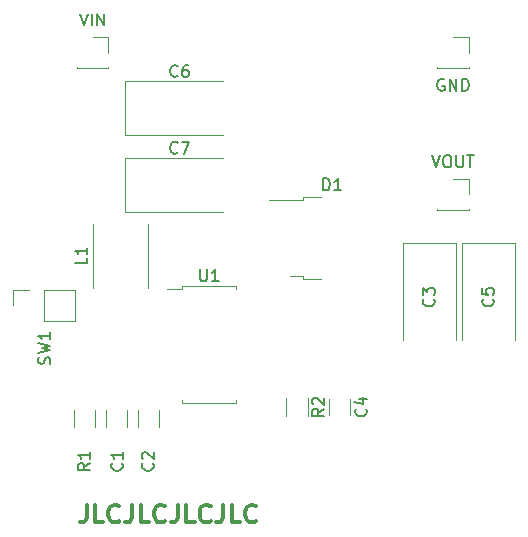
<source format=gbr>
%TF.GenerationSoftware,KiCad,Pcbnew,(5.99.0-12550-g77f47b6e47)*%
%TF.CreationDate,2021-11-06T20:02:58+00:00*%
%TF.ProjectId,max1709,6d617831-3730-4392-9e6b-696361645f70,rev?*%
%TF.SameCoordinates,Original*%
%TF.FileFunction,Legend,Top*%
%TF.FilePolarity,Positive*%
%FSLAX46Y46*%
G04 Gerber Fmt 4.6, Leading zero omitted, Abs format (unit mm)*
G04 Created by KiCad (PCBNEW (5.99.0-12550-g77f47b6e47)) date 2021-11-06 20:02:58*
%MOMM*%
%LPD*%
G01*
G04 APERTURE LIST*
%ADD10C,0.300000*%
%ADD11C,0.150000*%
%ADD12C,0.120000*%
G04 APERTURE END LIST*
D10*
X209371428Y-142078571D02*
X209371428Y-143150000D01*
X209300000Y-143364285D01*
X209157142Y-143507142D01*
X208942857Y-143578571D01*
X208800000Y-143578571D01*
X210800000Y-143578571D02*
X210085714Y-143578571D01*
X210085714Y-142078571D01*
X212157142Y-143435714D02*
X212085714Y-143507142D01*
X211871428Y-143578571D01*
X211728571Y-143578571D01*
X211514285Y-143507142D01*
X211371428Y-143364285D01*
X211300000Y-143221428D01*
X211228571Y-142935714D01*
X211228571Y-142721428D01*
X211300000Y-142435714D01*
X211371428Y-142292857D01*
X211514285Y-142150000D01*
X211728571Y-142078571D01*
X211871428Y-142078571D01*
X212085714Y-142150000D01*
X212157142Y-142221428D01*
X213228571Y-142078571D02*
X213228571Y-143150000D01*
X213157142Y-143364285D01*
X213014285Y-143507142D01*
X212800000Y-143578571D01*
X212657142Y-143578571D01*
X214657142Y-143578571D02*
X213942857Y-143578571D01*
X213942857Y-142078571D01*
X216014285Y-143435714D02*
X215942857Y-143507142D01*
X215728571Y-143578571D01*
X215585714Y-143578571D01*
X215371428Y-143507142D01*
X215228571Y-143364285D01*
X215157142Y-143221428D01*
X215085714Y-142935714D01*
X215085714Y-142721428D01*
X215157142Y-142435714D01*
X215228571Y-142292857D01*
X215371428Y-142150000D01*
X215585714Y-142078571D01*
X215728571Y-142078571D01*
X215942857Y-142150000D01*
X216014285Y-142221428D01*
X217085714Y-142078571D02*
X217085714Y-143150000D01*
X217014285Y-143364285D01*
X216871428Y-143507142D01*
X216657142Y-143578571D01*
X216514285Y-143578571D01*
X218514285Y-143578571D02*
X217800000Y-143578571D01*
X217800000Y-142078571D01*
X219871428Y-143435714D02*
X219800000Y-143507142D01*
X219585714Y-143578571D01*
X219442857Y-143578571D01*
X219228571Y-143507142D01*
X219085714Y-143364285D01*
X219014285Y-143221428D01*
X218942857Y-142935714D01*
X218942857Y-142721428D01*
X219014285Y-142435714D01*
X219085714Y-142292857D01*
X219228571Y-142150000D01*
X219442857Y-142078571D01*
X219585714Y-142078571D01*
X219800000Y-142150000D01*
X219871428Y-142221428D01*
X220942857Y-142078571D02*
X220942857Y-143150000D01*
X220871428Y-143364285D01*
X220728571Y-143507142D01*
X220514285Y-143578571D01*
X220371428Y-143578571D01*
X222371428Y-143578571D02*
X221657142Y-143578571D01*
X221657142Y-142078571D01*
X223728571Y-143435714D02*
X223657142Y-143507142D01*
X223442857Y-143578571D01*
X223300000Y-143578571D01*
X223085714Y-143507142D01*
X222942857Y-143364285D01*
X222871428Y-143221428D01*
X222800000Y-142935714D01*
X222800000Y-142721428D01*
X222871428Y-142435714D01*
X222942857Y-142292857D01*
X223085714Y-142150000D01*
X223300000Y-142078571D01*
X223442857Y-142078571D01*
X223657142Y-142150000D01*
X223728571Y-142221428D01*
D11*
%TO.C,D1*%
X229411904Y-115452380D02*
X229411904Y-114452380D01*
X229650000Y-114452380D01*
X229792857Y-114500000D01*
X229888095Y-114595238D01*
X229935714Y-114690476D01*
X229983333Y-114880952D01*
X229983333Y-115023809D01*
X229935714Y-115214285D01*
X229888095Y-115309523D01*
X229792857Y-115404761D01*
X229650000Y-115452380D01*
X229411904Y-115452380D01*
X230935714Y-115452380D02*
X230364285Y-115452380D01*
X230650000Y-115452380D02*
X230650000Y-114452380D01*
X230554761Y-114595238D01*
X230459523Y-114690476D01*
X230364285Y-114738095D01*
%TO.C,SW1*%
X206254761Y-130158333D02*
X206302380Y-130015476D01*
X206302380Y-129777380D01*
X206254761Y-129682142D01*
X206207142Y-129634523D01*
X206111904Y-129586904D01*
X206016666Y-129586904D01*
X205921428Y-129634523D01*
X205873809Y-129682142D01*
X205826190Y-129777380D01*
X205778571Y-129967857D01*
X205730952Y-130063095D01*
X205683333Y-130110714D01*
X205588095Y-130158333D01*
X205492857Y-130158333D01*
X205397619Y-130110714D01*
X205350000Y-130063095D01*
X205302380Y-129967857D01*
X205302380Y-129729761D01*
X205350000Y-129586904D01*
X205302380Y-129253571D02*
X206302380Y-129015476D01*
X205588095Y-128825000D01*
X206302380Y-128634523D01*
X205302380Y-128396428D01*
X206302380Y-127491666D02*
X206302380Y-128063095D01*
X206302380Y-127777380D02*
X205302380Y-127777380D01*
X205445238Y-127872619D01*
X205540476Y-127967857D01*
X205588095Y-128063095D01*
%TO.C,L1*%
X209402380Y-121166666D02*
X209402380Y-121642857D01*
X208402380Y-121642857D01*
X209402380Y-120309523D02*
X209402380Y-120880952D01*
X209402380Y-120595238D02*
X208402380Y-120595238D01*
X208545238Y-120690476D01*
X208640476Y-120785714D01*
X208688095Y-120880952D01*
%TO.C,TP3*%
X238638095Y-112502380D02*
X238971428Y-113502380D01*
X239304761Y-112502380D01*
X239828571Y-112502380D02*
X240019047Y-112502380D01*
X240114285Y-112550000D01*
X240209523Y-112645238D01*
X240257142Y-112835714D01*
X240257142Y-113169047D01*
X240209523Y-113359523D01*
X240114285Y-113454761D01*
X240019047Y-113502380D01*
X239828571Y-113502380D01*
X239733333Y-113454761D01*
X239638095Y-113359523D01*
X239590476Y-113169047D01*
X239590476Y-112835714D01*
X239638095Y-112645238D01*
X239733333Y-112550000D01*
X239828571Y-112502380D01*
X240685714Y-112502380D02*
X240685714Y-113311904D01*
X240733333Y-113407142D01*
X240780952Y-113454761D01*
X240876190Y-113502380D01*
X241066666Y-113502380D01*
X241161904Y-113454761D01*
X241209523Y-113407142D01*
X241257142Y-113311904D01*
X241257142Y-112502380D01*
X241590476Y-112502380D02*
X242161904Y-112502380D01*
X241876190Y-113502380D02*
X241876190Y-112502380D01*
%TO.C,TP2*%
X239638095Y-106070000D02*
X239542857Y-106022380D01*
X239400000Y-106022380D01*
X239257142Y-106070000D01*
X239161904Y-106165238D01*
X239114285Y-106260476D01*
X239066666Y-106450952D01*
X239066666Y-106593809D01*
X239114285Y-106784285D01*
X239161904Y-106879523D01*
X239257142Y-106974761D01*
X239400000Y-107022380D01*
X239495238Y-107022380D01*
X239638095Y-106974761D01*
X239685714Y-106927142D01*
X239685714Y-106593809D01*
X239495238Y-106593809D01*
X240114285Y-107022380D02*
X240114285Y-106022380D01*
X240685714Y-107022380D01*
X240685714Y-106022380D01*
X241161904Y-107022380D02*
X241161904Y-106022380D01*
X241400000Y-106022380D01*
X241542857Y-106070000D01*
X241638095Y-106165238D01*
X241685714Y-106260476D01*
X241733333Y-106450952D01*
X241733333Y-106593809D01*
X241685714Y-106784285D01*
X241638095Y-106879523D01*
X241542857Y-106974761D01*
X241400000Y-107022380D01*
X241161904Y-107022380D01*
%TO.C,TP1*%
X208804761Y-100502380D02*
X209138095Y-101502380D01*
X209471428Y-100502380D01*
X209804761Y-101502380D02*
X209804761Y-100502380D01*
X210280952Y-101502380D02*
X210280952Y-100502380D01*
X210852380Y-101502380D01*
X210852380Y-100502380D01*
%TO.C,U1*%
X218988095Y-122152380D02*
X218988095Y-122961904D01*
X219035714Y-123057142D01*
X219083333Y-123104761D01*
X219178571Y-123152380D01*
X219369047Y-123152380D01*
X219464285Y-123104761D01*
X219511904Y-123057142D01*
X219559523Y-122961904D01*
X219559523Y-122152380D01*
X220559523Y-123152380D02*
X219988095Y-123152380D01*
X220273809Y-123152380D02*
X220273809Y-122152380D01*
X220178571Y-122295238D01*
X220083333Y-122390476D01*
X219988095Y-122438095D01*
%TO.C,R2*%
X229472380Y-133966666D02*
X228996190Y-134300000D01*
X229472380Y-134538095D02*
X228472380Y-134538095D01*
X228472380Y-134157142D01*
X228520000Y-134061904D01*
X228567619Y-134014285D01*
X228662857Y-133966666D01*
X228805714Y-133966666D01*
X228900952Y-134014285D01*
X228948571Y-134061904D01*
X228996190Y-134157142D01*
X228996190Y-134538095D01*
X228567619Y-133585714D02*
X228520000Y-133538095D01*
X228472380Y-133442857D01*
X228472380Y-133204761D01*
X228520000Y-133109523D01*
X228567619Y-133061904D01*
X228662857Y-133014285D01*
X228758095Y-133014285D01*
X228900952Y-133061904D01*
X229472380Y-133633333D01*
X229472380Y-133014285D01*
%TO.C,R1*%
X209652380Y-138566666D02*
X209176190Y-138900000D01*
X209652380Y-139138095D02*
X208652380Y-139138095D01*
X208652380Y-138757142D01*
X208700000Y-138661904D01*
X208747619Y-138614285D01*
X208842857Y-138566666D01*
X208985714Y-138566666D01*
X209080952Y-138614285D01*
X209128571Y-138661904D01*
X209176190Y-138757142D01*
X209176190Y-139138095D01*
X209652380Y-137614285D02*
X209652380Y-138185714D01*
X209652380Y-137900000D02*
X208652380Y-137900000D01*
X208795238Y-137995238D01*
X208890476Y-138090476D01*
X208938095Y-138185714D01*
%TO.C,C7*%
X217083333Y-112257142D02*
X217035714Y-112304761D01*
X216892857Y-112352380D01*
X216797619Y-112352380D01*
X216654761Y-112304761D01*
X216559523Y-112209523D01*
X216511904Y-112114285D01*
X216464285Y-111923809D01*
X216464285Y-111780952D01*
X216511904Y-111590476D01*
X216559523Y-111495238D01*
X216654761Y-111400000D01*
X216797619Y-111352380D01*
X216892857Y-111352380D01*
X217035714Y-111400000D01*
X217083333Y-111447619D01*
X217416666Y-111352380D02*
X218083333Y-111352380D01*
X217654761Y-112352380D01*
%TO.C,C6*%
X217083333Y-105757142D02*
X217035714Y-105804761D01*
X216892857Y-105852380D01*
X216797619Y-105852380D01*
X216654761Y-105804761D01*
X216559523Y-105709523D01*
X216511904Y-105614285D01*
X216464285Y-105423809D01*
X216464285Y-105280952D01*
X216511904Y-105090476D01*
X216559523Y-104995238D01*
X216654761Y-104900000D01*
X216797619Y-104852380D01*
X216892857Y-104852380D01*
X217035714Y-104900000D01*
X217083333Y-104947619D01*
X217940476Y-104852380D02*
X217750000Y-104852380D01*
X217654761Y-104900000D01*
X217607142Y-104947619D01*
X217511904Y-105090476D01*
X217464285Y-105280952D01*
X217464285Y-105661904D01*
X217511904Y-105757142D01*
X217559523Y-105804761D01*
X217654761Y-105852380D01*
X217845238Y-105852380D01*
X217940476Y-105804761D01*
X217988095Y-105757142D01*
X218035714Y-105661904D01*
X218035714Y-105423809D01*
X217988095Y-105328571D01*
X217940476Y-105280952D01*
X217845238Y-105233333D01*
X217654761Y-105233333D01*
X217559523Y-105280952D01*
X217511904Y-105328571D01*
X217464285Y-105423809D01*
%TO.C,C5*%
X243757142Y-124666666D02*
X243804761Y-124714285D01*
X243852380Y-124857142D01*
X243852380Y-124952380D01*
X243804761Y-125095238D01*
X243709523Y-125190476D01*
X243614285Y-125238095D01*
X243423809Y-125285714D01*
X243280952Y-125285714D01*
X243090476Y-125238095D01*
X242995238Y-125190476D01*
X242900000Y-125095238D01*
X242852380Y-124952380D01*
X242852380Y-124857142D01*
X242900000Y-124714285D01*
X242947619Y-124666666D01*
X242852380Y-123761904D02*
X242852380Y-124238095D01*
X243328571Y-124285714D01*
X243280952Y-124238095D01*
X243233333Y-124142857D01*
X243233333Y-123904761D01*
X243280952Y-123809523D01*
X243328571Y-123761904D01*
X243423809Y-123714285D01*
X243661904Y-123714285D01*
X243757142Y-123761904D01*
X243804761Y-123809523D01*
X243852380Y-123904761D01*
X243852380Y-124142857D01*
X243804761Y-124238095D01*
X243757142Y-124285714D01*
%TO.C,C4*%
X233007142Y-133966666D02*
X233054761Y-134014285D01*
X233102380Y-134157142D01*
X233102380Y-134252380D01*
X233054761Y-134395238D01*
X232959523Y-134490476D01*
X232864285Y-134538095D01*
X232673809Y-134585714D01*
X232530952Y-134585714D01*
X232340476Y-134538095D01*
X232245238Y-134490476D01*
X232150000Y-134395238D01*
X232102380Y-134252380D01*
X232102380Y-134157142D01*
X232150000Y-134014285D01*
X232197619Y-133966666D01*
X232435714Y-133109523D02*
X233102380Y-133109523D01*
X232054761Y-133347619D02*
X232769047Y-133585714D01*
X232769047Y-132966666D01*
%TO.C,C3*%
X238757142Y-124666666D02*
X238804761Y-124714285D01*
X238852380Y-124857142D01*
X238852380Y-124952380D01*
X238804761Y-125095238D01*
X238709523Y-125190476D01*
X238614285Y-125238095D01*
X238423809Y-125285714D01*
X238280952Y-125285714D01*
X238090476Y-125238095D01*
X237995238Y-125190476D01*
X237900000Y-125095238D01*
X237852380Y-124952380D01*
X237852380Y-124857142D01*
X237900000Y-124714285D01*
X237947619Y-124666666D01*
X237852380Y-124333333D02*
X237852380Y-123714285D01*
X238233333Y-124047619D01*
X238233333Y-123904761D01*
X238280952Y-123809523D01*
X238328571Y-123761904D01*
X238423809Y-123714285D01*
X238661904Y-123714285D01*
X238757142Y-123761904D01*
X238804761Y-123809523D01*
X238852380Y-123904761D01*
X238852380Y-124190476D01*
X238804761Y-124285714D01*
X238757142Y-124333333D01*
%TO.C,C2*%
X214957142Y-138566666D02*
X215004761Y-138614285D01*
X215052380Y-138757142D01*
X215052380Y-138852380D01*
X215004761Y-138995238D01*
X214909523Y-139090476D01*
X214814285Y-139138095D01*
X214623809Y-139185714D01*
X214480952Y-139185714D01*
X214290476Y-139138095D01*
X214195238Y-139090476D01*
X214100000Y-138995238D01*
X214052380Y-138852380D01*
X214052380Y-138757142D01*
X214100000Y-138614285D01*
X214147619Y-138566666D01*
X214147619Y-138185714D02*
X214100000Y-138138095D01*
X214052380Y-138042857D01*
X214052380Y-137804761D01*
X214100000Y-137709523D01*
X214147619Y-137661904D01*
X214242857Y-137614285D01*
X214338095Y-137614285D01*
X214480952Y-137661904D01*
X215052380Y-138233333D01*
X215052380Y-137614285D01*
%TO.C,C1*%
X212357142Y-138566666D02*
X212404761Y-138614285D01*
X212452380Y-138757142D01*
X212452380Y-138852380D01*
X212404761Y-138995238D01*
X212309523Y-139090476D01*
X212214285Y-139138095D01*
X212023809Y-139185714D01*
X211880952Y-139185714D01*
X211690476Y-139138095D01*
X211595238Y-139090476D01*
X211500000Y-138995238D01*
X211452380Y-138852380D01*
X211452380Y-138757142D01*
X211500000Y-138614285D01*
X211547619Y-138566666D01*
X212452380Y-137614285D02*
X212452380Y-138185714D01*
X212452380Y-137900000D02*
X211452380Y-137900000D01*
X211595238Y-137995238D01*
X211690476Y-138090476D01*
X211738095Y-138185714D01*
D12*
%TO.C,D1*%
X229180000Y-116050000D02*
X227680000Y-116050000D01*
X227680000Y-116050000D02*
X227680000Y-116320000D01*
X227680000Y-116320000D02*
X224850000Y-116320000D01*
X229180000Y-122950000D02*
X227680000Y-122950000D01*
X227680000Y-122950000D02*
X227680000Y-122680000D01*
X227680000Y-122680000D02*
X226580000Y-122680000D01*
%TO.C,SW1*%
X205770000Y-126530000D02*
X205770000Y-123870000D01*
X205770000Y-126530000D02*
X208370000Y-126530000D01*
X208370000Y-126530000D02*
X208370000Y-123870000D01*
X205770000Y-123870000D02*
X208370000Y-123870000D01*
X203170000Y-123870000D02*
X204500000Y-123870000D01*
X203170000Y-125200000D02*
X203170000Y-123870000D01*
%TO.C,L1*%
X214550000Y-123700000D02*
X214550000Y-118300000D01*
X209950000Y-123700000D02*
X209950000Y-118300000D01*
%TO.C,TP3*%
X240400000Y-114470000D02*
X241730000Y-114470000D01*
X241730000Y-114470000D02*
X241730000Y-115800000D01*
X241730000Y-117010000D02*
X241730000Y-117130000D01*
X239070000Y-117010000D02*
X239070000Y-117130000D01*
X239070000Y-117130000D02*
X241730000Y-117130000D01*
%TO.C,TP2*%
X240400000Y-102470000D02*
X241730000Y-102470000D01*
X241730000Y-102470000D02*
X241730000Y-103800000D01*
X241730000Y-105010000D02*
X241730000Y-105130000D01*
X239070000Y-105010000D02*
X239070000Y-105130000D01*
X239070000Y-105130000D02*
X241730000Y-105130000D01*
%TO.C,TP1*%
X208570000Y-105130000D02*
X211230000Y-105130000D01*
X208570000Y-105010000D02*
X208570000Y-105130000D01*
X211230000Y-105010000D02*
X211230000Y-105130000D01*
X211230000Y-102470000D02*
X211230000Y-103800000D01*
X209900000Y-102470000D02*
X211230000Y-102470000D01*
%TO.C,U1*%
X219750000Y-133460000D02*
X222060000Y-133460000D01*
X222060000Y-133460000D02*
X222060000Y-133185000D01*
X219750000Y-133460000D02*
X217440000Y-133460000D01*
X217440000Y-133460000D02*
X217440000Y-133185000D01*
X219750000Y-123540000D02*
X222060000Y-123540000D01*
X222060000Y-123540000D02*
X222060000Y-123815000D01*
X219750000Y-123540000D02*
X217440000Y-123540000D01*
X217440000Y-123540000D02*
X217440000Y-123815000D01*
X217440000Y-123815000D02*
X216150000Y-123815000D01*
%TO.C,R2*%
X226290000Y-133072936D02*
X226290000Y-134527064D01*
X228110000Y-133072936D02*
X228110000Y-134527064D01*
%TO.C,R1*%
X210110000Y-134072936D02*
X210110000Y-135527064D01*
X208290000Y-134072936D02*
X208290000Y-135527064D01*
%TO.C,C7*%
X212665000Y-117260000D02*
X220900000Y-117260000D01*
X212665000Y-112740000D02*
X212665000Y-117260000D01*
X220900000Y-112740000D02*
X212665000Y-112740000D01*
%TO.C,C6*%
X212665000Y-110760000D02*
X220900000Y-110760000D01*
X212665000Y-106240000D02*
X212665000Y-110760000D01*
X220900000Y-106240000D02*
X212665000Y-106240000D01*
%TO.C,C5*%
X241140000Y-119915000D02*
X241140000Y-128150000D01*
X245660000Y-119915000D02*
X241140000Y-119915000D01*
X245660000Y-128150000D02*
X245660000Y-119915000D01*
%TO.C,C4*%
X229890000Y-133088748D02*
X229890000Y-134511252D01*
X231710000Y-133088748D02*
X231710000Y-134511252D01*
%TO.C,C3*%
X236140000Y-119915000D02*
X236140000Y-128150000D01*
X240660000Y-119915000D02*
X236140000Y-119915000D01*
X240660000Y-128150000D02*
X240660000Y-119915000D01*
%TO.C,C2*%
X213690000Y-134088748D02*
X213690000Y-135511252D01*
X215510000Y-134088748D02*
X215510000Y-135511252D01*
%TO.C,C1*%
X212810000Y-134088748D02*
X212810000Y-135511252D01*
X210990000Y-134088748D02*
X210990000Y-135511252D01*
%TD*%
M02*

</source>
